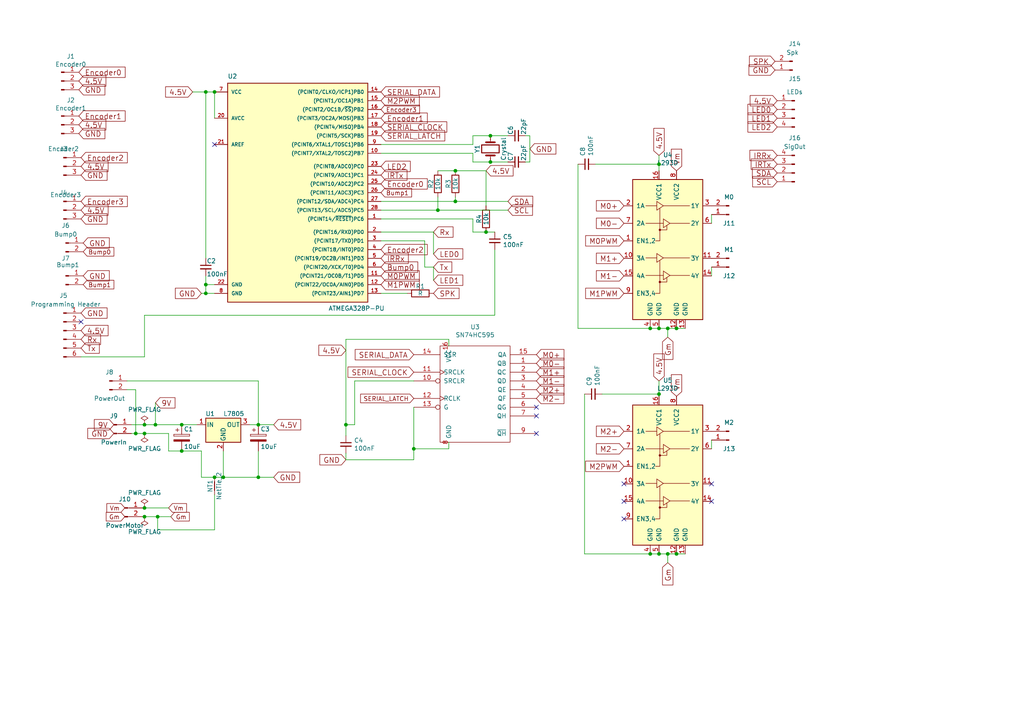
<source format=kicad_sch>
(kicad_sch (version 20211123) (generator eeschema)
  (paper "A4")
  (lib_symbols
    (symbol "Device:NetTie_2" (pin_numbers hide) (pin_names (offset 0) hide)
      (property "Reference" "NT" (at 0 1.27 0))
      (property "Value" "NetTie_2" (at 0 -1.27 0))
      (symbol "NetTie_2_0_1"
        (polyline (pts (xy -1.27 0) (xy 1.27 0)) (stroke (width 0.254)))
      )
      (symbol "NetTie_2_1_1"
        (pin passive line (at -2.54 0 0) (length 2.54) (name "1") (number "1"))
        (pin passive line (at 2.54 0 180) (length 2.54) (name "2") (number "2"))
      )
    )
    (symbol "Device:R" (pin_numbers hide) (pin_names (offset 0))
      (property "Reference" "R" (at 2.032 0 90))
      (property "Value" "R" (at 0 0 90))
      (symbol "R_0_1"
        (rectangle (start -1.016 -2.54) (end 1.016 2.54) (stroke (width 0.254)))
      )
      (symbol "R_1_1"
        (pin passive line (at 0 3.81 270) (length 1.27) (name "~") (number "1"))
        (pin passive line (at 0 -3.81 90) (length 1.27) (name "~") (number "2"))
      )
    )
    (symbol "custom:ATMEGA328P-PU" (pin_names (offset 1.016))
      (property "Reference" "U" (at -19.05 31.75 0))
      (property "Value" "ATMEGA328P-PU" (at 10.16 -35.56 0))
      (symbol "ATMEGA328P-PU_0_1"
        (rectangle (start -19.05 30.48) (end 21.59 -33.02) (stroke (width 0.254)) (fill (type background)))
      )
      (symbol "ATMEGA328P-PU_1_1"
        (pin bidirectional line (at 25.4 -8.89 180) (length 3.81) (name "(PCINT14/~{RESET})PC6") (number "1"))
        (pin bidirectional line (at 25.4 10.16 180) (length 3.81) (name "(PCINT7/XTAL2/TOSC2)PB7") (number "10"))
        (pin bidirectional line (at 25.4 -25.4 180) (length 3.81) (name "(PCINT21/OC0B/T1)PD5") (number "11"))
        (pin bidirectional line (at 25.4 -27.94 180) (length 3.81) (name "(PCINT22/OC0A/AIN0)PD6") (number "12"))
        (pin bidirectional line (at 25.4 -30.48 180) (length 3.81) (name "(PCINT23/AIN1)PD7") (number "13"))
        (pin bidirectional line (at 25.4 27.94 180) (length 3.81) (name "(PCINT0/CLKO/ICP1)PB0") (number "14"))
        (pin bidirectional line (at 25.4 25.4 180) (length 3.81) (name "(PCINT1/OC1A)PB1") (number "15"))
        (pin bidirectional line (at 25.4 22.86 180) (length 3.81) (name "(PCINT2/OC1B/~{SS})PB2") (number "16"))
        (pin bidirectional line (at 25.4 20.32 180) (length 3.81) (name "(PCINT3/OC2A/MOSI)PB3") (number "17"))
        (pin bidirectional line (at 25.4 17.78 180) (length 3.81) (name "(PCINT4/MISO)PB4") (number "18"))
        (pin bidirectional line (at 25.4 15.24 180) (length 3.81) (name "(PCINT5/SCK)PB5") (number "19"))
        (pin bidirectional line (at 25.4 -12.7 180) (length 3.81) (name "(PCINT16/RXD)PD0") (number "2"))
        (pin power_in line (at -22.86 20.32 0) (length 3.81) (name "AVCC") (number "20"))
        (pin bidirectional line (at -22.86 12.7 0) (length 3.81) (name "AREF") (number "21"))
        (pin power_in line (at -22.86 -27.94 0) (length 3.81) (name "GND") (number "22"))
        (pin bidirectional line (at 25.4 6.35 180) (length 3.81) (name "(PCINT8/ADC0)PC0") (number "23"))
        (pin bidirectional line (at 25.4 3.81 180) (length 3.81) (name "(PCINT9/ADC1)PC1") (number "24"))
        (pin bidirectional line (at 25.4 1.27 180) (length 3.81) (name "(PCINT10/ADC2)PC2") (number "25"))
        (pin bidirectional line (at 25.4 -1.27 180) (length 3.81) (name "(PCINT11/ADC3)PC3") (number "26"))
        (pin bidirectional line (at 25.4 -3.81 180) (length 3.81) (name "(PCINT12/SDA/ADC4)PC4") (number "27"))
        (pin bidirectional line (at 25.4 -6.35 180) (length 3.81) (name "(PCINT13/SCL/ADC5)PC5") (number "28"))
        (pin bidirectional line (at 25.4 -15.24 180) (length 3.81) (name "(PCINT17/TXD)PD1") (number "3"))
        (pin bidirectional line (at 25.4 -17.78 180) (length 3.81) (name "(PCINT18/INT0)PD2") (number "4"))
        (pin bidirectional line (at 25.4 -20.32 180) (length 3.81) (name "(PCINT19/OC2B/INT1)PD3") (number "5"))
        (pin bidirectional line (at 25.4 -22.86 180) (length 3.81) (name "(PCINT20/XCK/T0)PD4") (number "6"))
        (pin power_in line (at -22.86 27.94 0) (length 3.81) (name "VCC") (number "7"))
        (pin power_in line (at -22.86 -30.48 0) (length 3.81) (name "GND") (number "8"))
        (pin bidirectional line (at 25.4 12.7 180) (length 3.81) (name "(PCINT6/XTAL1/TOSC1)PB6") (number "9"))
      )
    )
    (symbol "custom:CP" (pin_numbers hide) (pin_names (offset 0.254))
      (property "Reference" "C" (at 0.635 2.54 0))
      (property "Value" "CP" (at 0.635 -2.54 0))
      (symbol "CP_0_1"
        (rectangle (start -2.286 0.508) (end -2.286 1.016))
        (rectangle (start -2.286 0.508) (end 2.286 0.508))
        (polyline (pts (xy -1.778 2.286) (xy -0.762 2.286)))
        (polyline (pts (xy -1.27 2.794) (xy -1.27 1.778)))
        (rectangle (start 2.286 -0.508) (end -2.286 -1.016) (fill (type outline)))
        (rectangle (start 2.286 1.016) (end -2.286 1.016))
        (rectangle (start 2.286 1.016) (end 2.286 0.508))
      )
      (symbol "CP_1_1"
        (pin passive line (at 0 3.81 270) (length 2.794) (name "~") (number "1"))
        (pin passive line (at 0 -3.81 90) (length 2.794) (name "~") (number "2"))
      )
    )
    (symbol "custom:C_Small" (pin_numbers hide) (pin_names (offset 0.254) hide)
      (property "Reference" "C" (at 0.254 1.778 0))
      (property "Value" "C_Small" (at 0.254 -2.032 0))
      (symbol "C_Small_0_1"
        (polyline (pts (xy -1.524 -0.508) (xy 1.524 -0.508)) (stroke (width 0.3302)))
        (polyline (pts (xy -1.524 0.508) (xy 1.524 0.508)) (stroke (width 0.3048)))
      )
      (symbol "C_Small_1_1"
        (pin passive line (at 0 2.54 270) (length 2.032) (name "~") (number "1"))
        (pin passive line (at 0 -2.54 90) (length 2.032) (name "~") (number "2"))
      )
    )
    (symbol "custom:C_Small-Device" (pin_numbers hide) (pin_names (offset 0.254) hide)
      (property "Reference" "C" (at 0.254 1.778 0))
      (property "Value" "C_Small-Device" (at 0.254 -2.032 0))
      (symbol "C_Small-Device_0_1"
        (polyline (pts (xy -1.524 -0.508) (xy 1.524 -0.508)) (stroke (width 0.3302)))
        (polyline (pts (xy -1.524 0.508) (xy 1.524 0.508)) (stroke (width 0.3048)))
      )
      (symbol "C_Small-Device_1_1"
        (pin passive line (at 0 2.54 270) (length 2.032) (name "~") (number "1"))
        (pin passive line (at 0 -2.54 90) (length 2.032) (name "~") (number "2"))
      )
    )
    (symbol "custom:Conn_01x02_Male" (pin_names (offset 1.016) hide)
      (property "Reference" "J" (at 0 2.54 0))
      (property "Value" "Conn_01x02_Male" (at 0 -5.08 0))
      (symbol "Conn_01x02_Male_1_1"
        (polyline (pts (xy 1.27 -2.54) (xy 0.8636 -2.54)) (stroke (width 0.1524)))
        (polyline (pts (xy 1.27 0) (xy 0.8636 0)) (stroke (width 0.1524)))
        (rectangle (start 0.8636 -2.413) (end 0 -2.667) (stroke (width 0.1524)) (fill (type outline)))
        (rectangle (start 0.8636 0.127) (end 0 -0.127) (stroke (width 0.1524)) (fill (type outline)))
        (pin passive line (at 5.08 0 180) (length 3.81) (name "Pin_1") (number "1"))
        (pin passive line (at 5.08 -2.54 180) (length 3.81) (name "Pin_2") (number "2"))
      )
    )
    (symbol "custom:Conn_01x03_Male" (pin_names (offset 1.016) hide)
      (property "Reference" "J" (at 0 5.08 0))
      (property "Value" "Conn_01x03_Male" (at 0 -5.08 0))
      (symbol "Conn_01x03_Male_1_1"
        (polyline (pts (xy 1.27 -2.54) (xy 0.8636 -2.54)) (stroke (width 0.1524)))
        (polyline (pts (xy 1.27 0) (xy 0.8636 0)) (stroke (width 0.1524)))
        (polyline (pts (xy 1.27 2.54) (xy 0.8636 2.54)) (stroke (width 0.1524)))
        (rectangle (start 0.8636 -2.413) (end 0 -2.667) (stroke (width 0.1524)) (fill (type outline)))
        (rectangle (start 0.8636 0.127) (end 0 -0.127) (stroke (width 0.1524)) (fill (type outline)))
        (rectangle (start 0.8636 2.667) (end 0 2.413) (stroke (width 0.1524)) (fill (type outline)))
        (pin passive line (at 5.08 2.54 180) (length 3.81) (name "Pin_1") (number "1"))
        (pin passive line (at 5.08 0 180) (length 3.81) (name "Pin_2") (number "2"))
        (pin passive line (at 5.08 -2.54 180) (length 3.81) (name "Pin_3") (number "3"))
      )
    )
    (symbol "custom:Conn_01x04_Male" (pin_names (offset 1.016) hide)
      (property "Reference" "J" (at 0 5.08 0))
      (property "Value" "Conn_01x04_Male" (at 0 -7.62 0))
      (symbol "Conn_01x04_Male_1_1"
        (polyline (pts (xy 1.27 -5.08) (xy 0.8636 -5.08)) (stroke (width 0.1524)))
        (polyline (pts (xy 1.27 -2.54) (xy 0.8636 -2.54)) (stroke (width 0.1524)))
        (polyline (pts (xy 1.27 0) (xy 0.8636 0)) (stroke (width 0.1524)))
        (polyline (pts (xy 1.27 2.54) (xy 0.8636 2.54)) (stroke (width 0.1524)))
        (rectangle (start 0.8636 -4.953) (end 0 -5.207) (stroke (width 0.1524)) (fill (type outline)))
        (rectangle (start 0.8636 -2.413) (end 0 -2.667) (stroke (width 0.1524)) (fill (type outline)))
        (rectangle (start 0.8636 0.127) (end 0 -0.127) (stroke (width 0.1524)) (fill (type outline)))
        (rectangle (start 0.8636 2.667) (end 0 2.413) (stroke (width 0.1524)) (fill (type outline)))
        (pin passive line (at 5.08 2.54 180) (length 3.81) (name "Pin_1") (number "1"))
        (pin passive line (at 5.08 0 180) (length 3.81) (name "Pin_2") (number "2"))
        (pin passive line (at 5.08 -2.54 180) (length 3.81) (name "Pin_3") (number "3"))
        (pin passive line (at 5.08 -5.08 180) (length 3.81) (name "Pin_4") (number "4"))
      )
    )
    (symbol "custom:Conn_01x06_Male" (pin_names (offset 1.016) hide)
      (property "Reference" "J" (at 0 7.62 0))
      (property "Value" "Conn_01x06_Male" (at 0 -10.16 0))
      (symbol "Conn_01x06_Male_1_1"
        (polyline (pts (xy 1.27 -7.62) (xy 0.8636 -7.62)) (stroke (width 0.1524)))
        (polyline (pts (xy 1.27 -5.08) (xy 0.8636 -5.08)) (stroke (width 0.1524)))
        (polyline (pts (xy 1.27 -2.54) (xy 0.8636 -2.54)) (stroke (width 0.1524)))
        (polyline (pts (xy 1.27 0) (xy 0.8636 0)) (stroke (width 0.1524)))
        (polyline (pts (xy 1.27 2.54) (xy 0.8636 2.54)) (stroke (width 0.1524)))
        (polyline (pts (xy 1.27 5.08) (xy 0.8636 5.08)) (stroke (width 0.1524)))
        (rectangle (start 0.8636 -7.493) (end 0 -7.747) (stroke (width 0.1524)) (fill (type outline)))
        (rectangle (start 0.8636 -4.953) (end 0 -5.207) (stroke (width 0.1524)) (fill (type outline)))
        (rectangle (start 0.8636 -2.413) (end 0 -2.667) (stroke (width 0.1524)) (fill (type outline)))
        (rectangle (start 0.8636 0.127) (end 0 -0.127) (stroke (width 0.1524)) (fill (type outline)))
        (rectangle (start 0.8636 2.667) (end 0 2.413) (stroke (width 0.1524)) (fill (type outline)))
        (rectangle (start 0.8636 5.207) (end 0 4.953) (stroke (width 0.1524)) (fill (type outline)))
        (pin passive line (at 5.08 5.08 180) (length 3.81) (name "Pin_1") (number "1"))
        (pin passive line (at 5.08 2.54 180) (length 3.81) (name "Pin_2") (number "2"))
        (pin passive line (at 5.08 0 180) (length 3.81) (name "Pin_3") (number "3"))
        (pin passive line (at 5.08 -2.54 180) (length 3.81) (name "Pin_4") (number "4"))
        (pin passive line (at 5.08 -5.08 180) (length 3.81) (name "Pin_5") (number "5"))
        (pin passive line (at 5.08 -7.62 180) (length 3.81) (name "Pin_6") (number "6"))
      )
    )
    (symbol "custom:Crystal" (pin_numbers hide) (pin_names (offset 1.016) hide)
      (property "Reference" "Y" (at 0 3.81 0))
      (property "Value" "Crystal" (at 0 -3.81 0))
      (symbol "Crystal_0_1"
        (rectangle (start -1.143 2.54) (end 1.143 -2.54) (stroke (width 0.3048)))
        (polyline (pts (xy -2.54 0) (xy -1.905 0)))
        (polyline (pts (xy -1.905 -1.27) (xy -1.905 1.27)) (stroke (width 0.508)))
        (polyline (pts (xy 1.905 -1.27) (xy 1.905 1.27)) (stroke (width 0.508)))
        (polyline (pts (xy 2.54 0) (xy 1.905 0)))
      )
      (symbol "Crystal_1_1"
        (pin passive line (at -3.81 0 0) (length 1.27) (name "1") (number "1"))
        (pin passive line (at 3.81 0 180) (length 1.27) (name "2") (number "2"))
      )
    )
    (symbol "custom:L293D-Driver_Motor" (pin_names (offset 1.016))
      (property "Reference" "U" (at -5.08 26.035 0))
      (property "Value" "L293D-Driver_Motor" (at -5.08 24.13 0))
      (symbol "L293D-Driver_Motor_0_1"
        (rectangle (start -10.16 22.86) (end 10.16 -17.78) (stroke (width 0.254)) (fill (type background)))
        (circle (center -2.286 -6.858) (radius 0.254) (fill (type outline)))
        (circle (center -2.286 8.255) (radius 0.254) (fill (type outline)))
        (polyline (pts (xy -6.35 -4.953) (xy -1.27 -4.953)))
        (polyline (pts (xy -6.35 0.127) (xy -3.175 0.127)))
        (polyline (pts (xy -6.35 10.16) (xy -1.27 10.16)))
        (polyline (pts (xy -6.35 15.24) (xy -3.175 15.24)))
        (polyline (pts (xy -1.27 0.127) (xy 6.35 0.127)))
        (polyline (pts (xy -1.27 15.24) (xy 6.35 15.24)))
        (polyline (pts (xy 0.635 -4.953) (xy 6.35 -4.953)))
        (polyline (pts (xy 0.635 10.16) (xy 6.35 10.16)))
        (polyline (pts (xy -2.286 -6.858) (xy -0.254 -6.858) (xy -0.254 -5.588)))
        (polyline (pts (xy -2.286 -0.635) (xy -2.286 -10.16) (xy -3.556 -10.16)))
        (polyline (pts (xy -2.286 8.255) (xy -0.254 8.255) (xy -0.254 9.525)))
        (polyline (pts (xy -2.286 14.478) (xy -2.286 5.08) (xy -3.556 5.08)))
        (polyline (pts (xy -3.175 1.397) (xy -3.175 -1.143) (xy -1.27 0.127) (xy -3.175 1.397)))
        (polyline (pts (xy -3.175 16.51) (xy -3.175 13.97) (xy -1.27 15.24) (xy -3.175 16.51)))
        (polyline (pts (xy -1.27 -3.683) (xy -1.27 -6.223) (xy 0.635 -4.953) (xy -1.27 -3.683)))
        (polyline (pts (xy -1.27 11.43) (xy -1.27 8.89) (xy 0.635 10.16) (xy -1.27 11.43)))
      )
      (symbol "L293D-Driver_Motor_1_1"
        (pin input line (at -12.7 5.08 0) (length 2.54) (name "EN1,2") (number "1"))
        (pin input line (at -12.7 0 0) (length 2.54) (name "3A") (number "10"))
        (pin output line (at 12.7 0 180) (length 2.54) (name "3Y") (number "11"))
        (pin power_in line (at 2.54 -20.32 90) (length 2.54) (name "GND") (number "12"))
        (pin power_in line (at 5.08 -20.32 90) (length 2.54) (name "GND") (number "13"))
        (pin output line (at 12.7 -5.08 180) (length 2.54) (name "4Y") (number "14"))
        (pin input line (at -12.7 -5.08 0) (length 2.54) (name "4A") (number "15"))
        (pin power_in line (at -2.54 25.4 270) (length 2.54) (name "VCC1") (number "16"))
        (pin input line (at -12.7 15.24 0) (length 2.54) (name "1A") (number "2"))
        (pin output line (at 12.7 15.24 180) (length 2.54) (name "1Y") (number "3"))
        (pin power_in line (at -5.08 -20.32 90) (length 2.54) (name "GND") (number "4"))
        (pin power_in line (at -2.54 -20.32 90) (length 2.54) (name "GND") (number "5"))
        (pin output line (at 12.7 10.16 180) (length 2.54) (name "2Y") (number "6"))
        (pin input line (at -12.7 10.16 0) (length 2.54) (name "2A") (number "7"))
        (pin power_in line (at 2.54 25.4 270) (length 2.54) (name "VCC2") (number "8"))
        (pin input line (at -12.7 -10.16 0) (length 2.54) (name "EN3,4") (number "9"))
      )
    )
    (symbol "custom:L7805-Regulator_Linear" (pin_names (offset 0.254))
      (property "Reference" "U" (at -3.81 3.175 0))
      (property "Value" "L7805-Regulator_Linear" (at 0 3.175 0))
      (symbol "L7805-Regulator_Linear_0_1"
        (rectangle (start -5.08 1.905) (end 5.08 -5.08) (stroke (width 0.254)) (fill (type background)))
      )
      (symbol "L7805-Regulator_Linear_1_1"
        (pin power_in line (at -7.62 0 0) (length 2.54) (name "IN") (number "1"))
        (pin power_in line (at 0 -7.62 90) (length 2.54) (name "GND") (number "2"))
        (pin power_out line (at 7.62 0 180) (length 2.54) (name "OUT") (number "3"))
      )
    )
    (symbol "custom:PWR_FLAG" (power) (pin_numbers hide) (pin_names (offset 0) hide)
      (property "Value" "PWR_FLAG" (at 0 3.81 0))
      (symbol "PWR_FLAG_0_0"
        (pin power_out line (at 0 0 90) (length 0) (name "pwr") (number "1"))
      )
      (symbol "PWR_FLAG_0_1"
        (polyline (pts (xy 0 0) (xy 0 1.27) (xy -1.016 1.905) (xy 0 2.54) (xy 1.016 1.905) (xy 0 1.27)))
      )
    )
    (symbol "custom:R" (pin_numbers hide) (pin_names (offset 0))
      (property "Reference" "R" (at 2.032 0 90))
      (property "Value" "R" (at 0 0 90))
      (symbol "R_0_1"
        (rectangle (start -1.016 -2.54) (end 1.016 2.54) (stroke (width 0.254)))
      )
      (symbol "R_1_1"
        (pin passive line (at 0 3.81 270) (length 1.27) (name "~") (number "1"))
        (pin passive line (at 0 -3.81 90) (length 1.27) (name "~") (number "2"))
      )
    )
    (symbol "custom:SN74HC595" (pin_names (offset 1.016))
      (property "Reference" "U" (at 3.81 15.24 0))
      (property "Value" "SN74HC595" (at 0 -15.24 0))
      (symbol "SN74HC595_0_1"
        (rectangle (start -10.16 -13.97) (end 10.16 13.97))
      )
      (symbol "SN74HC595_1_1"
        (pin tri_state line (at 17.78 8.89 180) (length 7.62) (name "QB") (number "1"))
        (pin input inverted (at -17.78 3.81 0) (length 7.62) (name "SRCLR") (number "10"))
        (pin input clock (at -17.78 6.35 0) (length 7.62) (name "SRCLK") (number "11"))
        (pin input clock (at -17.78 -1.27 0) (length 7.62) (name "RCLK") (number "12"))
        (pin input inverted (at -17.78 -3.81 0) (length 7.62) (name "G") (number "13"))
        (pin input line (at -17.78 11.43 0) (length 7.62) (name "SER") (number "14"))
        (pin tri_state line (at 17.78 11.43 180) (length 7.62) (name "QA") (number "15"))
        (pin power_in line (at -7.62 13.97 270) (length 0) (name "VCC") (number "16"))
        (pin tri_state line (at 17.78 6.35 180) (length 7.62) (name "QC") (number "2"))
        (pin tri_state line (at 17.78 3.81 180) (length 7.62) (name "QD") (number "3"))
        (pin tri_state line (at 17.78 1.27 180) (length 7.62) (name "QE") (number "4"))
        (pin tri_state line (at 17.78 -1.27 180) (length 7.62) (name "QF") (number "5"))
        (pin tri_state line (at 17.78 -3.81 180) (length 7.62) (name "QG") (number "6"))
        (pin tri_state line (at 17.78 -6.35 180) (length 7.62) (name "QH") (number "7"))
        (pin power_in line (at -7.62 -13.97 90) (length 0) (name "GND") (number "8"))
        (pin output line (at 17.78 -11.43 180) (length 7.62) (name "~{QH}") (number "9"))
      )
    )
  )
  (junction (at 140.97 67.31))
  (junction (at 142.24 46.99))
  (junction (at 41.91 147.32))
  (junction (at 74.93 138.43))
  (junction (at 142.24 39.37))
  (junction (at 59.69 85.09))
  (junction (at 74.93 123.19))
  (junction (at 52.705 130.81))
  (junction (at 132.08 58.42))
  (junction (at 59.69 82.55))
  (junction (at 64.77 138.43))
  (junction (at 100.33 123.19))
  (junction (at 132.08 49.53))
  (junction (at 196.215 95.25))
  (junction (at 188.595 95.25))
  (junction (at 196.215 160.655))
  (junction (at 45.085 123.19))
  (junction (at 52.705 123.19))
  (junction (at 120.015 130.175))
  (junction (at 193.675 95.25))
  (junction (at 41.91 149.86))
  (junction (at 127 60.96))
  (junction (at 191.135 114.3))
  (junction (at 191.135 95.25))
  (junction (at 59.69 26.67))
  (junction (at 45.72 149.86))
  (junction (at 191.135 160.655))
  (junction (at 39.37 125.73))
  (junction (at 62.23 138.43))
  (junction (at 191.135 47.625))
  (junction (at 62.23 26.67))
  (junction (at 41.91 123.19))
  (junction (at 188.595 160.655))
  (junction (at 41.91 125.73))
  (junction (at 193.675 160.655))
  (no_connect (at 206.375 145.415))
  (no_connect (at 23.495 93.345))
  (no_connect (at 155.575 120.65))
  (no_connect (at 180.975 140.335))
  (no_connect (at 155.575 118.11))
  (no_connect (at 180.975 150.495))
  (no_connect (at 62.23 41.91))
  (no_connect (at 180.975 145.415))
  (no_connect (at 155.575 125.73))
  (no_connect (at 206.375 140.335))
  (wire (pts (xy 36.83 110.49) (xy 74.93 110.49)))
  (wire (pts (xy 169.545 114.3) (xy 169.545 160.655)))
  (wire (pts (xy 140.97 67.31) (xy 137.16 67.31)))
  (wire (pts (xy 193.675 95.25) (xy 193.675 97.79)))
  (wire (pts (xy 188.595 160.655) (xy 191.135 160.655)))
  (wire (pts (xy 64.77 138.43) (xy 74.93 138.43)))
  (wire (pts (xy 41.91 91.44) (xy 143.51 91.44)))
  (wire (pts (xy 59.69 26.67) (xy 59.69 74.93)))
  (wire (pts (xy 153.67 46.99) (xy 152.4 46.99)))
  (wire (pts (xy 59.69 80.01) (xy 59.69 82.55)))
  (wire (pts (xy 62.23 138.43) (xy 64.77 138.43)))
  (wire (pts (xy 74.93 130.81) (xy 74.93 138.43)))
  (wire (pts (xy 137.16 67.31) (xy 137.16 63.5)))
  (wire (pts (xy 38.1 125.73) (xy 39.37 125.73)))
  (wire (pts (xy 120.015 118.11) (xy 120.015 130.175)))
  (wire (pts (xy 58.42 130.81) (xy 58.42 138.43)))
  (wire (pts (xy 142.24 39.37) (xy 147.32 39.37)))
  (wire (pts (xy 110.49 58.42) (xy 132.08 58.42)))
  (wire (pts (xy 191.135 160.655) (xy 193.675 160.655)))
  (wire (pts (xy 206.375 64.77) (xy 206.375 62.23)))
  (wire (pts (xy 59.69 85.09) (xy 62.23 85.09)))
  (wire (pts (xy 38.1 123.19) (xy 41.91 123.19)))
  (wire (pts (xy 45.72 153.67) (xy 62.23 153.67)))
  (wire (pts (xy 132.08 58.42) (xy 147.32 58.42)))
  (wire (pts (xy 110.49 63.5) (xy 137.16 63.5)))
  (wire (pts (xy 72.39 123.19) (xy 74.93 123.19)))
  (wire (pts (xy 36.83 113.03) (xy 39.37 113.03)))
  (wire (pts (xy 191.135 110.49) (xy 191.135 114.3)))
  (wire (pts (xy 110.49 41.91) (xy 137.16 41.91)))
  (wire (pts (xy 188.595 95.25) (xy 191.135 95.25)))
  (wire (pts (xy 45.72 149.86) (xy 49.53 149.86)))
  (wire (pts (xy 123.19 69.85) (xy 123.19 77.47)))
  (wire (pts (xy 167.64 47.625) (xy 167.64 95.25)))
  (wire (pts (xy 193.675 95.25) (xy 196.215 95.25)))
  (wire (pts (xy 59.69 26.67) (xy 62.23 26.67)))
  (wire (pts (xy 193.675 160.655) (xy 196.215 160.655)))
  (wire (pts (xy 132.08 49.53) (xy 140.97 49.53)))
  (wire (pts (xy 127 57.15) (xy 127 60.96)))
  (wire (pts (xy 127 49.53) (xy 132.08 49.53)))
  (wire (pts (xy 193.675 160.655) (xy 193.675 163.195)))
  (wire (pts (xy 58.42 138.43) (xy 62.23 138.43)))
  (wire (pts (xy 41.91 149.86) (xy 45.72 149.86)))
  (wire (pts (xy 52.705 123.19) (xy 57.15 123.19)))
  (wire (pts (xy 206.375 80.01) (xy 206.375 77.47)))
  (wire (pts (xy 130.175 128.27) (xy 130.175 130.175)))
  (wire (pts (xy 74.93 110.49) (xy 74.93 123.19)))
  (wire (pts (xy 100.33 98.425) (xy 100.33 123.19)))
  (wire (pts (xy 196.215 160.655) (xy 198.755 160.655)))
  (wire (pts (xy 45.085 123.19) (xy 45.085 116.84)))
  (wire (pts (xy 137.16 39.37) (xy 142.24 39.37)))
  (wire (pts (xy 52.705 130.81) (xy 58.42 130.81)))
  (wire (pts (xy 41.275 147.32) (xy 41.91 147.32)))
  (wire (pts (xy 39.37 113.03) (xy 39.37 125.73)))
  (wire (pts (xy 191.135 47.625) (xy 191.135 49.53)))
  (wire (pts (xy 102.87 110.49) (xy 120.015 110.49)))
  (wire (pts (xy 137.16 41.91) (xy 137.16 39.37)))
  (wire (pts (xy 45.085 123.19) (xy 52.705 123.19)))
  (wire (pts (xy 110.49 85.09) (xy 118.11 85.09)))
  (wire (pts (xy 125.73 67.31) (xy 125.73 73.66)))
  (wire (pts (xy 172.72 47.625) (xy 191.135 47.625)))
  (wire (pts (xy 169.545 160.655) (xy 188.595 160.655)))
  (wire (pts (xy 59.69 82.55) (xy 59.69 85.09)))
  (wire (pts (xy 100.33 98.425) (xy 130.175 98.425)))
  (wire (pts (xy 110.49 60.96) (xy 127 60.96)))
  (wire (pts (xy 55.88 26.67) (xy 59.69 26.67)))
  (wire (pts (xy 58.42 85.09) (xy 59.69 85.09)))
  (wire (pts (xy 62.23 26.67) (xy 62.23 34.29)))
  (wire (pts (xy 137.16 44.45) (xy 137.16 46.99)))
  (wire (pts (xy 41.275 149.86) (xy 41.91 149.86)))
  (wire (pts (xy 48.895 130.81) (xy 52.705 130.81)))
  (wire (pts (xy 100.33 123.19) (xy 102.87 123.19)))
  (wire (pts (xy 130.175 100.33) (xy 130.175 98.425)))
  (wire (pts (xy 64.77 138.43) (xy 64.77 130.81)))
  (wire (pts (xy 41.91 125.73) (xy 48.895 125.73)))
  (wire (pts (xy 45.72 149.86) (xy 45.72 153.67)))
  (wire (pts (xy 152.4 39.37) (xy 153.67 39.37)))
  (wire (pts (xy 100.33 123.19) (xy 100.33 126.365)))
  (wire (pts (xy 100.33 133.35) (xy 120.015 133.35)))
  (wire (pts (xy 191.135 114.3) (xy 191.135 114.935)))
  (wire (pts (xy 153.67 39.37) (xy 153.67 46.99)))
  (wire (pts (xy 102.87 110.49) (xy 102.87 123.19)))
  (wire (pts (xy 41.91 91.44) (xy 41.91 103.505)))
  (wire (pts (xy 48.895 125.73) (xy 48.895 130.81)))
  (wire (pts (xy 110.49 69.85) (xy 123.19 69.85)))
  (wire (pts (xy 110.49 44.45) (xy 137.16 44.45)))
  (wire (pts (xy 143.51 72.39) (xy 143.51 91.44)))
  (wire (pts (xy 127 60.96) (xy 147.32 60.96)))
  (wire (pts (xy 41.91 123.19) (xy 45.085 123.19)))
  (wire (pts (xy 191.135 95.25) (xy 193.675 95.25)))
  (wire (pts (xy 74.93 138.43) (xy 79.375 138.43)))
  (wire (pts (xy 39.37 125.73) (xy 41.91 125.73)))
  (wire (pts (xy 120.015 130.175) (xy 130.175 130.175)))
  (wire (pts (xy 174.625 114.3) (xy 191.135 114.3)))
  (wire (pts (xy 125.73 77.47) (xy 125.73 81.28)))
  (wire (pts (xy 167.64 95.25) (xy 188.595 95.25)))
  (wire (pts (xy 132.08 57.15) (xy 132.08 58.42)))
  (wire (pts (xy 140.97 49.53) (xy 140.97 59.69)))
  (wire (pts (xy 140.97 67.31) (xy 143.51 67.31)))
  (wire (pts (xy 74.93 123.19) (xy 79.375 123.19)))
  (wire (pts (xy 41.91 147.32) (xy 48.895 147.32)))
  (wire (pts (xy 100.33 131.445) (xy 100.33 133.35)))
  (wire (pts (xy 206.375 130.175) (xy 206.375 127.635)))
  (wire (pts (xy 191.135 45.085) (xy 191.135 47.625)))
  (wire (pts (xy 120.015 130.175) (xy 120.015 133.35)))
  (wire (pts (xy 123.19 77.47) (xy 125.73 77.47)))
  (wire (pts (xy 142.24 46.99) (xy 147.32 46.99)))
  (wire (pts (xy 137.16 46.99) (xy 142.24 46.99)))
  (wire (pts (xy 62.23 153.67) (xy 62.23 143.51)))
  (wire (pts (xy 196.215 95.25) (xy 198.755 95.25)))
  (wire (pts (xy 23.495 103.505) (xy 41.91 103.505)))
  (wire (pts (xy 62.23 82.55) (xy 59.69 82.55)))
  (wire (pts (xy 110.49 67.31) (xy 125.73 67.31)))
  (global_label "9V" (shape input) (at 33.02 123.19 180) (effects (font (size 1.524 1.524))) (property "Intersheet References" "${INTERSHEET_REFS}" (effects hide)))
  (global_label "M2PWM" (shape input) (at 110.49 29.21 0) (effects (font (size 1.524 1.524))) (property "Intersheet References" "${INTERSHEET_REFS}" (effects hide)))
  (global_label "LED2" (shape input) (at 225.425 36.83 180) (effects (font (size 1.524 1.524))) (property "Intersheet References" "${INTERSHEET_REFS}" (effects hide)))
  (global_label "4.5V" (shape input) (at 100.33 101.6 180) (effects (font (size 1.524 1.524))) (property "Intersheet References" "${INTERSHEET_REFS}" (effects hide)))
  (global_label "SPK" (shape input) (at 125.73 85.09 0) (effects (font (size 1.524 1.524))) (property "Intersheet References" "${INTERSHEET_REFS}" (effects hide)))
  (global_label "Vm" (shape input) (at 196.215 114.935 90) (effects (font (size 1.524 1.524))) (property "Intersheet References" "${INTERSHEET_REFS}" (effects hide)))
  (global_label "Encoder2" (shape input) (at 23.495 45.72 0) (effects (font (size 1.524 1.524))) (property "Intersheet References" "${INTERSHEET_REFS}" (effects hide)))
  (global_label "IRTx" (shape input) (at 225.425 47.625 180) (effects (font (size 1.524 1.524))) (property "Intersheet References" "${INTERSHEET_REFS}" (effects hide)))
  (global_label "M1-" (shape input) (at 155.575 110.49 0) (effects (font (size 1.524 1.524))) (property "Intersheet References" "${INTERSHEET_REFS}" (effects hide)))
  (global_label "Encoder1" (shape input) (at 110.49 34.29 0) (effects (font (size 1.524 1.524))) (property "Intersheet References" "${INTERSHEET_REFS}" (effects hide)))
  (global_label "SERIAL_DATA" (shape input) (at 120.015 102.87 180) (effects (font (size 1.524 1.524))) (property "Intersheet References" "${INTERSHEET_REFS}" (effects hide)))
  (global_label "GND" (shape input) (at 100.33 133.35 180) (effects (font (size 1.524 1.524))) (property "Intersheet References" "${INTERSHEET_REFS}" (effects hide)))
  (global_label "4.5V" (shape input) (at 79.375 123.19 0) (effects (font (size 1.524 1.524))) (property "Intersheet References" "${INTERSHEET_REFS}" (effects hide)))
  (global_label "SPK" (shape input) (at 224.79 17.78 180) (effects (font (size 1.524 1.524))) (property "Intersheet References" "${INTERSHEET_REFS}" (effects hide)))
  (global_label "M1+" (shape input) (at 155.575 107.95 0) (effects (font (size 1.524 1.524))) (property "Intersheet References" "${INTERSHEET_REFS}" (effects hide)))
  (global_label "IRRx" (shape input) (at 110.49 74.93 0) (effects (font (size 1.524 1.524))) (property "Intersheet References" "${INTERSHEET_REFS}" (effects hide)))
  (global_label "M2-" (shape input) (at 180.975 130.175 180) (effects (font (size 1.524 1.524))) (property "Intersheet References" "${INTERSHEET_REFS}" (effects hide)))
  (global_label "4.5V" (shape input) (at 22.86 23.495 0) (effects (font (size 1.524 1.524))) (property "Intersheet References" "${INTERSHEET_REFS}" (effects hide)))
  (global_label "Tx" (shape input) (at 23.495 100.965 0) (effects (font (size 1.524 1.524))) (property "Intersheet References" "${INTERSHEET_REFS}" (effects hide)))
  (global_label "LED2" (shape input) (at 110.49 48.26 0) (effects (font (size 1.524 1.524))) (property "Intersheet References" "${INTERSHEET_REFS}" (effects hide)))
  (global_label "M2+" (shape input) (at 155.575 113.03 0) (effects (font (size 1.524 1.524))) (property "Intersheet References" "${INTERSHEET_REFS}" (effects hide)))
  (global_label "Encoder3" (shape input) (at 23.495 58.42 0) (effects (font (size 1.524 1.524))) (property "Intersheet References" "${INTERSHEET_REFS}" (effects hide)))
  (global_label "GND" (shape input) (at 22.86 26.035 0) (effects (font (size 1.524 1.524))) (property "Intersheet References" "${INTERSHEET_REFS}" (effects hide)))
  (global_label "SCL" (shape input) (at 225.425 52.705 180) (effects (font (size 1.524 1.524))) (property "Intersheet References" "${INTERSHEET_REFS}" (effects hide)))
  (global_label "Vm" (shape input) (at 196.215 49.53 90) (effects (font (size 1.524 1.524))) (property "Intersheet References" "${INTERSHEET_REFS}" (effects hide)))
  (global_label "M0+" (shape input) (at 180.975 59.69 180) (effects (font (size 1.524 1.524))) (property "Intersheet References" "${INTERSHEET_REFS}" (effects hide)))
  (global_label "GND" (shape input) (at 24.13 70.485 0) (effects (font (size 1.524 1.524))) (property "Intersheet References" "${INTERSHEET_REFS}" (effects hide)))
  (global_label "SDA" (shape input) (at 225.425 50.165 180) (effects (font (size 1.524 1.524))) (property "Intersheet References" "${INTERSHEET_REFS}" (effects hide)))
  (global_label "M1-" (shape input) (at 180.975 80.01 180) (effects (font (size 1.524 1.524))) (property "Intersheet References" "${INTERSHEET_REFS}" (effects hide)))
  (global_label "LED0" (shape input) (at 125.73 73.66 0) (effects (font (size 1.524 1.524))) (property "Intersheet References" "${INTERSHEET_REFS}" (effects hide)))
  (global_label "Gm" (shape input) (at 36.195 149.86 180) (property "Intersheet References" "${INTERSHEET_REFS}" (effects hide)))
  (global_label "4.5V" (shape input) (at 191.135 110.49 90) (effects (font (size 1.524 1.524))) (property "Intersheet References" "${INTERSHEET_REFS}" (effects hide)))
  (global_label "Gm" (shape input) (at 49.53 149.86 0) (property "Intersheet References" "${INTERSHEET_REFS}" (effects hide)))
  (global_label "Vm" (shape input) (at 48.895 147.32 0) (property "Intersheet References" "${INTERSHEET_REFS}" (effects hide)))
  (global_label "M0-" (shape input) (at 155.575 105.41 0) (effects (font (size 1.524 1.524))) (property "Intersheet References" "${INTERSHEET_REFS}" (effects hide)))
  (global_label "GND" (shape input) (at 153.67 43.18 0) (effects (font (size 1.524 1.524))) (property "Intersheet References" "${INTERSHEET_REFS}" (effects hide)))
  (global_label "SERIAL_CLOCK" (shape input) (at 110.49 36.83 0) (effects (font (size 1.524 1.524))) (property "Intersheet References" "${INTERSHEET_REFS}" (effects hide)))
  (global_label "IRRx" (shape input) (at 225.425 45.085 180) (effects (font (size 1.524 1.524))) (property "Intersheet References" "${INTERSHEET_REFS}" (effects hide)))
  (global_label "M2PWM" (shape input) (at 180.975 135.255 180) (effects (font (size 1.524 1.524))) (property "Intersheet References" "${INTERSHEET_REFS}" (effects hide)))
  (global_label "M1+" (shape input) (at 180.975 74.93 180) (effects (font (size 1.524 1.524))) (property "Intersheet References" "${INTERSHEET_REFS}" (effects hide)))
  (global_label "M0PWM" (shape input) (at 110.49 80.01 0) (effects (font (size 1.524 1.524))) (property "Intersheet References" "${INTERSHEET_REFS}" (effects hide)))
  (global_label "Rx" (shape input) (at 125.73 67.31 0) (effects (font (size 1.524 1.524))) (property "Intersheet References" "${INTERSHEET_REFS}" (effects hide)))
  (global_label "Encoder1" (shape input) (at 22.86 33.655 0) (effects (font (size 1.524 1.524))) (property "Intersheet References" "${INTERSHEET_REFS}" (effects hide)))
  (global_label "M1PWM" (shape input) (at 180.975 85.09 180) (effects (font (size 1.524 1.524))) (property "Intersheet References" "${INTERSHEET_REFS}" (effects hide)))
  (global_label "Gm" (shape input) (at 193.675 163.195 270) (effects (font (size 1.524 1.524))) (property "Intersheet References" "${INTERSHEET_REFS}" (effects hide)))
  (global_label "SERIAL_LATCH" (shape input) (at 110.49 39.37 0) (effects (font (size 1.524 1.524))) (property "Intersheet References" "${INTERSHEET_REFS}" (effects hide)))
  (global_label "Encoder3" (shape input) (at 110.49 31.75 0) (property "Intersheet References" "${INTERSHEET_REFS}" (effects hide)))
  (global_label "LED0" (shape input) (at 225.425 31.75 180) (effects (font (size 1.524 1.524))) (property "Intersheet References" "${INTERSHEET_REFS}" (effects hide)))
  (global_label "4.5V" (shape input) (at 23.495 95.885 0) (effects (font (size 1.524 1.524))) (property "Intersheet References" "${INTERSHEET_REFS}" (effects hide)))
  (global_label "GND" (shape input) (at 23.495 50.8 0) (effects (font (size 1.524 1.524))) (property "Intersheet References" "${INTERSHEET_REFS}" (effects hide)))
  (global_label "M0PWM" (shape input) (at 180.975 69.85 180) (effects (font (size 1.524 1.524))) (property "Intersheet References" "${INTERSHEET_REFS}" (effects hide)))
  (global_label "LED1" (shape input) (at 225.425 34.29 180) (effects (font (size 1.524 1.524))) (property "Intersheet References" "${INTERSHEET_REFS}" (effects hide)))
  (global_label "GND" (shape input) (at 33.02 125.73 180) (effects (font (size 1.524 1.524))) (property "Intersheet References" "${INTERSHEET_REFS}" (effects hide)))
  (global_label "GND" (shape input) (at 79.375 138.43 0) (effects (font (size 1.524 1.524))) (property "Intersheet References" "${INTERSHEET_REFS}" (effects hide)))
  (global_label "M2+" (shape input) (at 180.975 125.095 180) (effects (font (size 1.524 1.524))) (property "Intersheet References" "${INTERSHEET_REFS}" (effects hide)))
  (global_label "Bump0" (shape input) (at 24.13 73.025 0) (property "Intersheet References" "${INTERSHEET_REFS}" (effects hide)))
  (global_label "GND" (shape input) (at 23.495 90.805 0) (effects (font (size 1.524 1.524))) (property "Intersheet References" "${INTERSHEET_REFS}" (effects hide)))
  (global_label "M1PWM" (shape input) (at 110.49 82.55 0) (effects (font (size 1.524 1.524))) (property "Intersheet References" "${INTERSHEET_REFS}" (effects hide)))
  (global_label "GND" (shape input) (at 58.42 85.09 180) (effects (font (size 1.524 1.524))) (property "Intersheet References" "${INTERSHEET_REFS}" (effects hide)))
  (global_label "SCL" (shape input) (at 147.32 60.96 0) (effects (font (size 1.524 1.524))) (property "Intersheet References" "${INTERSHEET_REFS}" (effects hide)))
  (global_label "9V" (shape input) (at 45.085 116.84 0) (effects (font (size 1.524 1.524))) (property "Intersheet References" "${INTERSHEET_REFS}" (effects hide)))
  (global_label "GND" (shape input) (at 22.86 38.735 0) (effects (font (size 1.524 1.524))) (property "Intersheet References" "${INTERSHEET_REFS}" (effects hide)))
  (global_label "4.5V" (shape input) (at 55.88 26.67 180) (effects (font (size 1.524 1.524))) (property "Intersheet References" "${INTERSHEET_REFS}" (effects hide)))
  (global_label "GND" (shape input) (at 24.13 80.01 0) (effects (font (size 1.524 1.524))) (property "Intersheet References" "${INTERSHEET_REFS}" (effects hide)))
  (global_label "M0-" (shape input) (at 180.975 64.77 180) (effects (font (size 1.524 1.524))) (property "Intersheet References" "${INTERSHEET_REFS}" (effects hide)))
  (global_label "4.5V" (shape input) (at 23.495 48.26 0) (effects (font (size 1.524 1.524))) (property "Intersheet References" "${INTERSHEET_REFS}" (effects hide)))
  (global_label "LED1" (shape input) (at 125.73 81.28 0) (effects (font (size 1.524 1.524))) (property "Intersheet References" "${INTERSHEET_REFS}" (effects hide)))
  (global_label "4.5V" (shape input) (at 22.86 36.195 0) (effects (font (size 1.524 1.524))) (property "Intersheet References" "${INTERSHEET_REFS}" (effects hide)))
  (global_label "4.5V" (shape input) (at 140.97 49.53 0) (effects (font (size 1.524 1.524))) (property "Intersheet References" "${INTERSHEET_REFS}" (effects hide)))
  (global_label "SERIAL_LATCH" (shape input) (at 120.015 115.57 180) (property "Intersheet References" "${INTERSHEET_REFS}" (effects hide)))
  (global_label "Bump1" (shape input) (at 110.49 55.88 0) (property "Intersheet References" "${INTERSHEET_REFS}" (effects hide)))
  (global_label "GND" (shape input) (at 224.79 20.32 180) (effects (font (size 1.524 1.524))) (property "Intersheet References" "${INTERSHEET_REFS}" (effects hide)))
  (global_label "Bump1" (shape input) (at 24.13 82.55 0) (property "Intersheet References" "${INTERSHEET_REFS}" (effects hide)))
  (global_label "Encoder2" (shape input) (at 110.49 72.39 0) (effects (font (size 1.524 1.524))) (property "Intersheet References" "${INTERSHEET_REFS}" (effects hide)))
  (global_label "GND" (shape input) (at 23.495 63.5 0) (effects (font (size 1.524 1.524))) (property "Intersheet References" "${INTERSHEET_REFS}" (effects hide)))
  (global_label "Bump0" (shape input) (at 110.49 77.47 0) (effects (font (size 1.524 1.524))) (property "Intersheet References" "${INTERSHEET_REFS}" (effects hide)))
  (global_label "IRTx" (shape input) (at 110.49 50.8 0) (effects (font (size 1.524 1.524))) (property "Intersheet References" "${INTERSHEET_REFS}" (effects hide)))
  (global_label "Vm" (shape input) (at 36.195 147.32 180) (property "Intersheet References" "${INTERSHEET_REFS}" (effects hide)))
  (global_label "Encoder0" (shape input) (at 110.49 53.34 0) (effects (font (size 1.524 1.524))) (property "Intersheet References" "${INTERSHEET_REFS}" (effects hide)))
  (global_label "4.5V" (shape input) (at 191.135 45.085 90) (effects (font (size 1.524 1.524))) (property "Intersheet References" "${INTERSHEET_REFS}" (effects hide)))
  (global_label "Tx" (shape input) (at 125.73 77.47 0) (effects (font (size 1.524 1.524))) (property "Intersheet References" "${INTERSHEET_REFS}" (effects hide)))
  (global_label "Gm" (shape input) (at 193.675 97.79 270) (effects (font (size 1.524 1.524))) (property "Intersheet References" "${INTERSHEET_REFS}" (effects hide)))
  (global_label "SERIAL_CLOCK" (shape input) (at 120.015 107.95 180) (effects (font (size 1.524 1.524))) (property "Intersheet References" "${INTERSHEET_REFS}" (effects hide)))
  (global_label "SERIAL_DATA" (shape input) (at 110.49 26.67 0) (effects (font (size 1.524 1.524))) (property "Intersheet References" "${INTERSHEET_REFS}" (effects hide)))
  (global_label "SDA" (shape input) (at 147.32 58.42 0) (effects (font (size 1.524 1.524))) (property "Intersheet References" "${INTERSHEET_REFS}" (effects hide)))
  (global_label "Encoder0" (shape input) (at 22.86 20.955 0) (effects (font (size 1.524 1.524))) (property "Intersheet References" "${INTERSHEET_REFS}" (effects hide)))
  (global_label "M0+" (shape input) (at 155.575 102.87 0) (effects (font (size 1.524 1.524))) (property "Intersheet References" "${INTERSHEET_REFS}" (effects hide)))
  (global_label "4.5V" (shape input) (at 23.495 60.96 0) (effects (font (size 1.524 1.524))) (property "Intersheet References" "${INTERSHEET_REFS}" (effects hide)))
  (global_label "M2-" (shape input) (at 155.575 115.57 0) (effects (font (size 1.524 1.524))) (property "Intersheet References" "${INTERSHEET_REFS}" (effects hide)))
  (global_label "Rx" (shape input) (at 23.495 98.425 0) (effects (font (size 1.524 1.524))) (property "Intersheet References" "${INTERSHEET_REFS}" (effects hide)))
  (global_label "4.5V" (shape input) (at 225.425 29.21 180) (effects (font (size 1.524 1.524))) (property "Intersheet References" "${INTERSHEET_REFS}" (effects hide)))
  (symbol (lib_id "custom:Conn_01x02_Male") (at 229.87 20.32 180) (unit 1)
    (property "Reference" "J14" (at 230.505 12.7 0))
    (property "Value" "Spk" (at 229.87 15.24 0))
    (property "Footprint" "custom:JST_EH_B2B-EH-A_1x02_P2.50mm_Vertical" (effects hide))
  )
  (symbol (lib_id "custom:C_Small-Device") (at 170.18 47.625 90) (unit 1)
    (property "Reference" "C8" (at 169.0116 45.2882 0) (effects (justify left)))
    (property "Value" "100nF" (at 171.323 45.2882 0) (effects (justify left)))
    (property "Footprint" "custom:C_Disc_D4.7mm_W2.5mm_P5.00mm" (effects hide))
  )
  (symbol (lib_id "custom:Conn_01x02_Male") (at 36.195 147.32 0) (unit 1)
    (property "Reference" "J10" (at 36.195 144.78 0))
    (property "Value" "PowerMotor" (at 36.195 152.4 0))
    (property "Footprint" "custom:JST_EH_B2B-EH-A_1x02_P2.50mm_Vertical" (effects hide))
  )
  (symbol (lib_id "custom:Conn_01x02_Male") (at 33.02 123.19 0) (unit 1)
    (property "Reference" "J9" (at 33.02 120.65 0))
    (property "Value" "PowerIn" (at 33.02 128.27 0))
    (property "Footprint" "custom:JST_EH_B2B-EH-A_1x02_P2.50mm_Vertical" (effects hide))
  )
  (symbol (lib_id "custom:PWR_FLAG") (at 41.91 147.32 0) (unit 1)
    (property "Reference" "#FLG03" (effects hide))
    (property "Value" "PWR_FLAG" (at 41.91 142.9258 0))
  )
  (symbol (lib_id "custom:L293D-Driver_Motor") (at 193.675 140.335 0) (unit 1)
    (property "Reference" "U5" (at 193.675 110.3376 0))
    (property "Value" "L293D" (at 193.675 112.649 0))
    (property "Footprint" "custom:DIP-16_W7.62mm" (effects hide))
    (property "Datasheet" "http://www.ti.com/lit/ds/symlink/l293.pdf" (effects hide))
  )
  (symbol (lib_id "custom:CP") (at 52.705 127 0) (unit 1)
    (property "Reference" "C1" (at 53.34 124.46 0) (effects (justify left)))
    (property "Value" "10uF" (at 53.34 129.54 0) (effects (justify left)))
    (property "Footprint" "custom:CP_Radial_D4.0mm_P2.00mm" (effects hide))
  )
  (symbol (lib_id "custom:C_Small-Device") (at 100.33 128.905 0) (unit 1)
    (property "Reference" "C4" (at 102.6668 127.7366 0) (effects (justify left)))
    (property "Value" "100nF" (at 102.6668 130.048 0) (effects (justify left)))
    (property "Footprint" "custom:C_Disc_D4.7mm_W2.5mm_P5.00mm" (effects hide))
  )
  (symbol (lib_id "custom:Conn_01x03_Male") (at 18.415 48.26 0) (unit 1)
    (property "Reference" "J3" (at 18.415 43.18 0))
    (property "Value" "Encoder2" (at 18.415 43.18 0))
    (property "Footprint" "custom:JST_EH_B3B-EH-A_1x03_P2.50mm_Vertical" (effects hide))
  )
  (symbol (lib_id "custom:C_Small-Device") (at 143.51 69.85 0) (unit 1)
    (property "Reference" "C5" (at 145.8468 68.6816 0) (effects (justify left)))
    (property "Value" "100nF" (at 145.8468 70.993 0) (effects (justify left)))
    (property "Footprint" "custom:C_Disc_D4.7mm_W2.5mm_P5.00mm" (effects hide))
  )
  (symbol (lib_id "Device:NetTie_2") (at 62.23 140.97 90) (unit 1)
    (property "Reference" "NT1" (at 60.96 140.97 0))
    (property "Value" "NetTie_2" (at 63.5 140.97 0))
  )
  (symbol (lib_id "custom:Conn_01x02_Male") (at 31.75 110.49 0) (unit 1)
    (property "Reference" "J8" (at 31.75 107.95 0))
    (property "Value" "PowerOut" (at 31.75 115.57 0))
    (property "Footprint" "custom:JST_EH_B2B-EH-A_1x02_P2.50mm_Vertical" (effects hide))
  )
  (symbol (lib_id "custom:Conn_01x02_Male") (at 211.455 77.47 180) (unit 1)
    (property "Reference" "J12" (at 211.455 80.01 0))
    (property "Value" "M1" (at 211.455 72.39 0))
    (property "Footprint" "custom:JST_EH_B2B-EH-A_1x02_P2.50mm_Vertical" (effects hide))
  )
  (symbol (lib_id "custom:Conn_01x02_Male") (at 211.455 127.635 180) (unit 1)
    (property "Reference" "J13" (at 211.455 130.175 0))
    (property "Value" "M2" (at 211.455 122.555 0))
    (property "Footprint" "custom:JST_EH_B2B-EH-A_1x02_P2.50mm_Vertical" (effects hide))
  )
  (symbol (lib_id "custom:Conn_01x02_Male") (at 19.05 70.485 0) (unit 1)
    (property "Reference" "J6" (at 19.05 65.405 0))
    (property "Value" "Bump0" (at 19.05 67.945 0))
    (property "Footprint" "custom:JST_EH_B2B-EH-A_1x02_P2.50mm_Vertical" (effects hide))
  )
  (symbol (lib_id "custom:Conn_01x06_Male") (at 18.415 95.885 0) (unit 1)
    (property "Reference" "J5" (at 18.415 85.725 0))
    (property "Value" "Programming Header" (at 19.05 88.265 0))
    (property "Footprint" "custom:PinHeader_1x06_P2.54mm_Vertical" (effects hide))
  )
  (symbol (lib_id "custom:L7805-Regulator_Linear") (at 64.77 123.19 0) (unit 1)
    (property "Reference" "U1" (at 60.96 120.015 0))
    (property "Value" "L7805" (at 64.77 120.015 0) (effects (justify left)))
    (property "Footprint" "custom:L7805CV" (effects hide))
  )
  (symbol (lib_id "custom:Conn_01x02_Male") (at 211.455 62.23 180) (unit 1)
    (property "Reference" "J11" (at 211.455 64.77 0))
    (property "Value" "M0" (at 211.455 57.15 0))
    (property "Footprint" "custom:JST_EH_B2B-EH-A_1x02_P2.50mm_Vertical" (effects hide))
  )
  (symbol (lib_id "custom:Conn_01x02_Male") (at 19.05 80.01 0) (unit 1)
    (property "Reference" "J7" (at 19.05 74.93 0))
    (property "Value" "Bump1" (at 19.685 76.835 0))
    (property "Footprint" "custom:JST_EH_B2B-EH-A_1x02_P2.50mm_Vertical" (effects hide))
  )
  (symbol (lib_id "custom:C_Small") (at 149.86 39.37 90) (unit 1)
    (property "Reference" "C6" (at 148.082 39.116 0) (effects (justify left)))
    (property "Value" "22pF" (at 151.892 39.116 0) (effects (justify left)))
    (property "Footprint" "custom:C_Disc_D4.7mm_W2.5mm_P5.00mm" (effects hide))
  )
  (symbol (lib_id "custom:Conn_01x03_Male") (at 17.78 23.495 0) (unit 1)
    (property "Reference" "J1" (at 20.5232 16.3576 0))
    (property "Value" "Encoder0" (at 20.5232 18.669 0))
    (property "Footprint" "custom:JST_EH_B3B-EH-A_1x03_P2.50mm_Vertical" (effects hide))
  )
  (symbol (lib_id "custom:R") (at 127 53.34 180) (unit 1)
    (property "Reference" "R2" (at 124.968 53.34 90))
    (property "Value" "10k" (at 127 53.34 90))
    (property "Footprint" "custom:R_Axial_DIN0207_L6.3mm_D2.5mm_P7.62mm_Horizontal" (effects hide))
  )
  (symbol (lib_id "custom:Conn_01x04_Male") (at 230.505 50.165 180) (unit 1)
    (property "Reference" "J16" (at 230.505 40.005 0))
    (property "Value" "SigOut" (at 230.505 42.545 0))
    (property "Footprint" "custom:JST_EH_B4B-EH-A_1x04_P2.50mm_Vertical" (effects hide))
  )
  (symbol (lib_id "custom:CP") (at 74.93 127 0) (unit 1)
    (property "Reference" "C3" (at 75.565 124.46 0) (effects (justify left)))
    (property "Value" "10uF" (at 75.565 129.54 0) (effects (justify left)))
    (property "Footprint" "custom:CP_Radial_D4.0mm_P2.00mm" (effects hide))
  )
  (symbol (lib_id "Device:R") (at 121.92 85.09 90) (unit 1)
    (property "Reference" "R1" (at 121.92 83.058 90))
    (property "Value" "R" (at 121.92 85.09 90))
  )
  (symbol (lib_id "custom:Conn_01x03_Male") (at 17.78 36.195 0) (unit 1)
    (property "Reference" "J2" (at 20.5232 29.0576 0))
    (property "Value" "Encoder1" (at 20.5232 31.369 0))
    (property "Footprint" "custom:JST_EH_B3B-EH-A_1x03_P2.50mm_Vertical" (effects hide))
  )
  (symbol (lib_id "custom:PWR_FLAG") (at 41.91 149.86 180) (unit 1)
    (property "Reference" "#FLG04" (effects hide))
    (property "Value" "PWR_FLAG" (at 41.91 154.2542 0))
  )
  (symbol (lib_id "custom:C_Small") (at 59.69 77.47 0) (unit 1)
    (property "Reference" "C2" (at 59.944 75.692 0) (effects (justify left)))
    (property "Value" "100nF" (at 59.944 79.502 0) (effects (justify left)))
    (property "Footprint" "custom:C_Disc_D4.7mm_W2.5mm_P5.00mm" (effects hide))
  )
  (symbol (lib_id "custom:PWR_FLAG") (at 41.91 123.19 0) (unit 1)
    (property "Reference" "#FLG01" (effects hide))
    (property "Value" "PWR_FLAG" (at 41.91 118.7958 0))
  )
  (symbol (lib_id "custom:L293D-Driver_Motor") (at 193.675 74.93 0) (unit 1)
    (property "Reference" "U4" (at 193.675 44.9326 0))
    (property "Value" "L293D" (at 193.675 47.244 0))
    (property "Footprint" "custom:DIP-16_W7.62mm" (effects hide))
    (property "Datasheet" "http://www.ti.com/lit/ds/symlink/l293.pdf" (effects hide))
  )
  (symbol (lib_id "custom:C_Small") (at 149.86 46.99 90) (unit 1)
    (property "Reference" "C7" (at 148.082 46.736 0) (effects (justify left)))
    (property "Value" "22pF" (at 151.892 46.736 0) (effects (justify left)))
    (property "Footprint" "custom:C_Disc_D4.7mm_W2.5mm_P5.00mm" (effects hide))
  )
  (symbol (lib_id "custom:R") (at 132.08 53.34 180) (unit 1)
    (property "Reference" "R3" (at 130.048 53.34 90))
    (property "Value" "10k" (at 132.08 53.34 90))
    (property "Footprint" "custom:R_Axial_DIN0207_L6.3mm_D2.5mm_P7.62mm_Horizontal" (effects hide))
  )
  (symbol (lib_id "custom:Conn_01x04_Male") (at 230.505 31.75 0) (mirror y) (unit 1)
    (property "Reference" "J15" (at 230.505 22.86 0))
    (property "Value" "LEDs" (at 230.505 26.67 0))
    (property "Footprint" "custom:JST_EH_B4B-EH-A_1x04_P2.50mm_Vertical" (effects hide))
  )
  (symbol (lib_id "custom:ATMEGA328P-PU") (at 85.09 54.61 0) (unit 1)
    (property "Reference" "U2" (at 66.04 22.86 0) (effects (justify left bottom)))
    (property "Value" "ATMEGA328P-PU" (at 95.25 90.17 0) (effects (justify left bottom)))
    (property "Footprint" "custom:DIP-28_W7.62mm" (effects hide))
  )
  (symbol (lib_id "custom:R") (at 140.97 63.5 180) (unit 1)
    (property "Reference" "R4" (at 138.938 63.5 90))
    (property "Value" "10k" (at 140.97 63.5 90))
    (property "Footprint" "custom:R_Axial_DIN0207_L6.3mm_D2.5mm_P7.62mm_Horizontal" (effects hide))
  )
  (symbol (lib_id "custom:PWR_FLAG") (at 41.91 125.73 180) (unit 1)
    (property "Reference" "#FLG02" (effects hide))
    (property "Value" "PWR_FLAG" (at 41.91 130.1242 0))
  )
  (symbol (lib_id "custom:Crystal") (at 142.24 43.18 90) (unit 1)
    (property "Reference" "Y1" (at 138.43 43.18 0))
    (property "Value" "Crystal" (at 146.05 43.18 0))
    (property "Footprint" "Crystal:Crystal_HC49-U_Vertical" (effects hide))
  )
  (symbol (lib_id "custom:SN74HC595") (at 137.795 114.3 0) (unit 1)
    (property "Reference" "U3" (at 137.795 94.8436 0))
    (property "Value" "SN74HC595" (at 137.795 97.155 0))
    (property "Footprint" "custom:DIP-16_W7.62mm" (effects hide))
  )
  (symbol (lib_id "custom:Conn_01x03_Male") (at 18.415 60.96 0) (unit 1)
    (property "Reference" "J4" (at 18.415 55.88 0))
    (property "Value" "Encoder3" (at 19.05 56.515 0))
    (property "Footprint" "custom:JST_EH_B3B-EH-A_1x03_P2.50mm_Vertical" (effects hide))
  )
  (symbol (lib_id "custom:C_Small-Device") (at 172.085 114.3 90) (unit 1)
    (property "Reference" "C9" (at 170.9166 111.9632 0) (effects (justify left)))
    (property "Value" "100nF" (at 173.228 111.9632 0) (effects (justify left)))
    (property "Footprint" "custom:C_Disc_D4.7mm_W2.5mm_P5.00mm" (effects hide))
  )
)
</source>
